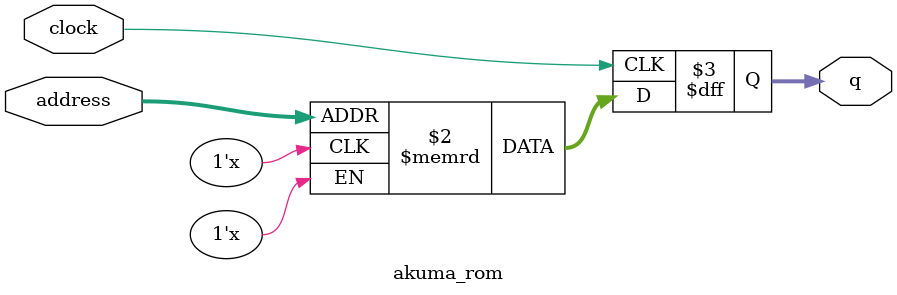
<source format=sv>
module akuma_rom (
	input logic clock,
	input logic [14:0] address,
	output logic [4:0] q
);

logic [4:0] memory [0:18899] /* synthesis ram_init_file = "./akuma/akuma.mif" */;

always_ff @ (posedge clock) begin
	q <= memory[address];
end

endmodule

</source>
